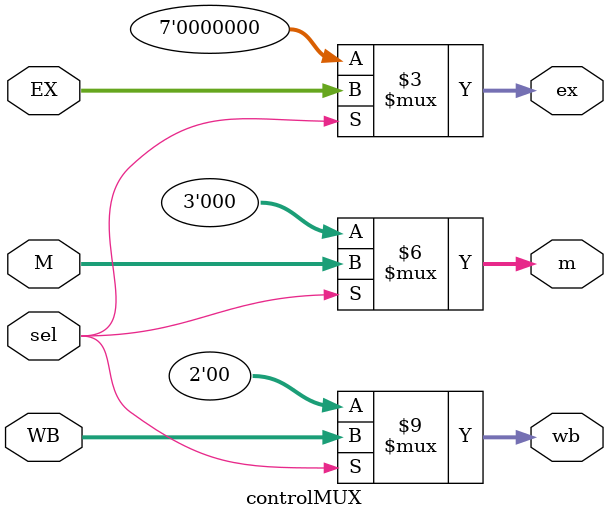
<source format=sv>
`timescale 1ns/10ps

module controlMUX(sel, WB, M, EX, wb, m, ex);
	output [1:0] wb;
	output [2:0] m;
	output [6:0] ex;
	
	input [1:0] WB;
	input [2:0] M;
	input [6:0] EX;
	input sel;
	
	always_comb begin
		if (sel) begin
			wb = WB;
			m = M;
			ex = EX;
		end
		else begin
			wb = 0;
			m = 0;
			ex = 0;
		end
	end
endmodule
</source>
